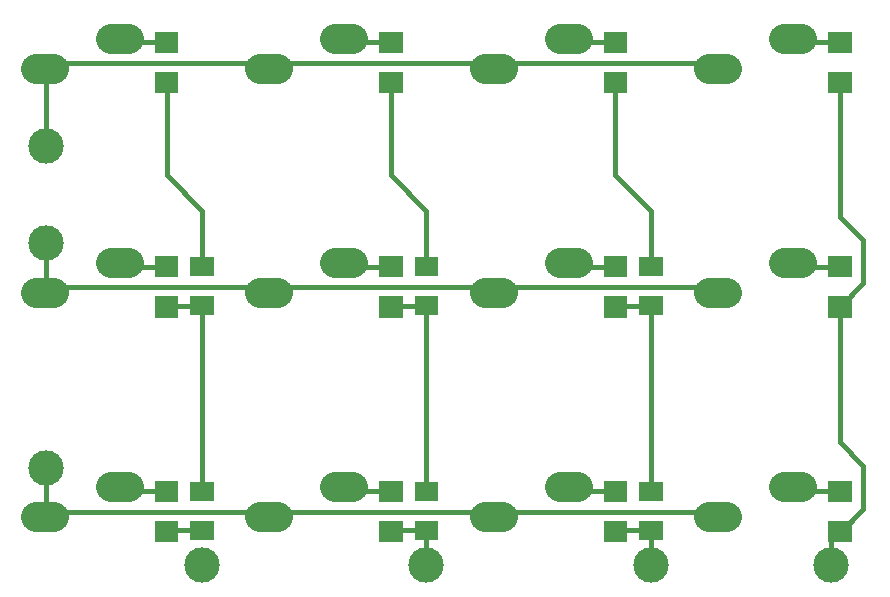
<source format=gbl>
G04 Layer: BottomLayer*
G04 EasyEDA v6.2.46, 2019-11-23T13:25:43+01:00*
G04 d8a7f896a94247d8beab61903426e2c7,093294e231294aec929f11af430ff8d8,10*
G04 Gerber Generator version 0.2*
G04 Scale: 100 percent, Rotated: No, Reflected: No *
G04 Dimensions in millimeters *
G04 leading zeros omitted , absolute positions ,3 integer and 3 decimal *
%FSLAX33Y33*%
%MOMM*%
G90*
G71D02*

%ADD11C,2.499995*%
%ADD12C,0.399999*%
%ADD13C,2.999994*%

%LPD*%
G54D12*
G01X21691Y44041D02*
G01X21691Y44190D01*
G01X22001Y44500D01*
G01X40231Y44500D01*
G01X40690Y44041D01*
G01X2689Y44041D02*
G01X2689Y44190D01*
G01X2999Y44500D01*
G01X21231Y44500D01*
G01X21691Y44041D01*
G01X2689Y25039D02*
G01X2689Y25189D01*
G01X3002Y25501D01*
G01X21231Y25501D01*
G01X21691Y25039D01*
G01X40690Y44041D02*
G01X40690Y44190D01*
G01X41000Y44500D01*
G01X59230Y44500D01*
G01X59690Y44041D01*
G01X40690Y25039D02*
G01X40690Y25191D01*
G01X41000Y25501D01*
G01X59227Y25501D01*
G01X59690Y25039D01*
G01X21691Y25039D02*
G01X21691Y25191D01*
G01X22001Y25501D01*
G01X40231Y25501D01*
G01X40690Y25039D01*
G01X21691Y6040D02*
G01X21691Y6192D01*
G01X21998Y6499D01*
G01X40231Y6499D01*
G01X40690Y6040D01*
G01X2689Y6040D02*
G01X2689Y6189D01*
G01X2999Y6499D01*
G01X21231Y6499D01*
G01X21691Y6040D01*
G01X40690Y6040D02*
G01X40690Y6189D01*
G01X41000Y6499D01*
G01X59230Y6499D01*
G01X59690Y6040D01*
G01X2750Y37500D02*
G01X2750Y43980D01*
G01X2690Y44040D01*
G01X2750Y29250D02*
G01X2750Y25100D01*
G01X2690Y25040D01*
G01X2750Y10250D02*
G01X2750Y6100D01*
G01X2690Y6040D01*
G01X35000Y2000D02*
G01X35000Y4948D01*
G01X35000Y4948D01*
G01X54000Y2000D02*
G01X54000Y2000D01*
G01X54000Y4948D01*
G01X69250Y2000D02*
G01X69250Y4600D01*
G01X9039Y46581D02*
G01X9370Y46250D01*
G01X13000Y46250D01*
G01X28041Y46581D02*
G01X28372Y46250D01*
G01X32000Y46250D01*
G01X47040Y46581D02*
G01X47371Y46250D01*
G01X51000Y46250D01*
G01X66040Y46581D02*
G01X66370Y46250D01*
G01X70000Y46250D01*
G01X70000Y23750D02*
G01X70000Y12401D01*
G01X72002Y10400D01*
G01X72002Y6750D01*
G01X70000Y4751D01*
G01X69999Y42849D02*
G01X69999Y31501D01*
G01X72001Y29499D01*
G01X72001Y25849D01*
G01X69999Y23850D01*
G01X66040Y27579D02*
G01X66368Y27250D01*
G01X70000Y27250D01*
G01X66040Y8580D02*
G01X66369Y8250D01*
G01X70000Y8250D01*
G01X47040Y27579D02*
G01X47369Y27250D01*
G01X51000Y27250D01*
G01X28041Y27579D02*
G01X28370Y27250D01*
G01X32000Y27250D01*
G01X9039Y27579D02*
G01X9368Y27250D01*
G01X13000Y27250D01*
G01X47040Y8580D02*
G01X47370Y8250D01*
G01X51000Y8250D01*
G01X28041Y8580D02*
G01X28371Y8250D01*
G01X32000Y8250D01*
G01X9039Y8580D02*
G01X9369Y8250D01*
G01X13000Y8250D01*
G01X13000Y42850D02*
G01X13000Y35000D01*
G01X16000Y32000D01*
G01X16000Y27250D01*
G01X32000Y42850D02*
G01X32000Y35000D01*
G01X35000Y32000D01*
G01X35000Y27250D01*
G01X51000Y42850D02*
G01X51000Y35000D01*
G01X54000Y32000D01*
G01X54000Y27250D01*
G01X13000Y23850D02*
G01X13098Y23948D01*
G01X16000Y23948D01*
G01X16000Y23948D02*
G01X16000Y8250D01*
G01X32000Y23850D02*
G01X32098Y23948D01*
G01X35000Y23948D01*
G01X35000Y23948D02*
G01X35000Y8250D01*
G01X51000Y23850D02*
G01X51098Y23948D01*
G01X54000Y23948D01*
G01X54000Y23948D02*
G01X54000Y8250D01*
G01X51000Y4850D02*
G01X51098Y4948D01*
G01X54000Y4948D01*
G01X32000Y4850D02*
G01X32098Y4948D01*
G01X35000Y4948D01*
G01X13000Y4850D02*
G01X13098Y4948D01*
G01X16000Y4948D01*
G54D13*
G01X2750Y29250D03*
G01X2750Y10250D03*
G01X2750Y37500D03*
G01X16000Y2000D03*
G01X35000Y2000D03*
G01X54000Y2000D03*
G01X69250Y2000D03*
G36*
G01X17000Y23148D02*
G01X17000Y24748D01*
G01X15000Y24748D01*
G01X15000Y23148D01*
G01X17000Y23148D01*
G37*
G36*
G01X17000Y26450D02*
G01X17000Y28050D01*
G01X15000Y28050D01*
G01X15000Y26450D01*
G01X17000Y26450D01*
G37*
G36*
G01X36000Y23148D02*
G01X36000Y24748D01*
G01X34000Y24748D01*
G01X34000Y23148D01*
G01X36000Y23148D01*
G37*
G36*
G01X36000Y26450D02*
G01X36000Y28050D01*
G01X34000Y28050D01*
G01X34000Y26450D01*
G01X36000Y26450D01*
G37*
G36*
G01X55000Y23148D02*
G01X55000Y24748D01*
G01X53000Y24748D01*
G01X53000Y23148D01*
G01X55000Y23148D01*
G37*
G36*
G01X55000Y26450D02*
G01X55000Y28050D01*
G01X53000Y28050D01*
G01X53000Y26450D01*
G01X55000Y26450D01*
G37*
G36*
G01X17000Y4148D02*
G01X17000Y5748D01*
G01X15000Y5748D01*
G01X15000Y4148D01*
G01X17000Y4148D01*
G37*
G36*
G01X17000Y7450D02*
G01X17000Y9050D01*
G01X15000Y9050D01*
G01X15000Y7450D01*
G01X17000Y7450D01*
G37*
G36*
G01X36000Y4148D02*
G01X36000Y5748D01*
G01X34000Y5748D01*
G01X34000Y4148D01*
G01X36000Y4148D01*
G37*
G36*
G01X36000Y7450D02*
G01X36000Y9050D01*
G01X34000Y9050D01*
G01X34000Y7450D01*
G01X36000Y7450D01*
G37*
G36*
G01X55000Y4148D02*
G01X55000Y5748D01*
G01X53000Y5748D01*
G01X53000Y4148D01*
G01X55000Y4148D01*
G37*
G36*
G01X55000Y7450D02*
G01X55000Y9050D01*
G01X53000Y9050D01*
G01X53000Y7450D01*
G01X55000Y7450D01*
G37*
G36*
G01X71000Y3950D02*
G01X71000Y5750D01*
G01X69000Y5750D01*
G01X69000Y3950D01*
G01X71000Y3950D01*
G37*
G36*
G01X71000Y7350D02*
G01X71000Y9150D01*
G01X69000Y9150D01*
G01X69000Y7350D01*
G01X71000Y7350D01*
G37*
G36*
G01X52000Y3950D02*
G01X52000Y5750D01*
G01X50000Y5750D01*
G01X50000Y3950D01*
G01X52000Y3950D01*
G37*
G36*
G01X52000Y7350D02*
G01X52000Y9150D01*
G01X50000Y9150D01*
G01X50000Y7350D01*
G01X52000Y7350D01*
G37*
G36*
G01X33000Y3950D02*
G01X33000Y5750D01*
G01X31000Y5750D01*
G01X31000Y3950D01*
G01X33000Y3950D01*
G37*
G36*
G01X33000Y7350D02*
G01X33000Y9150D01*
G01X31000Y9150D01*
G01X31000Y7350D01*
G01X33000Y7350D01*
G37*
G36*
G01X14000Y3950D02*
G01X14000Y5750D01*
G01X12000Y5750D01*
G01X12000Y3950D01*
G01X14000Y3950D01*
G37*
G36*
G01X14000Y7350D02*
G01X14000Y9150D01*
G01X12000Y9150D01*
G01X12000Y7350D01*
G01X14000Y7350D01*
G37*
G36*
G01X71000Y22950D02*
G01X71000Y24750D01*
G01X69000Y24750D01*
G01X69000Y22950D01*
G01X71000Y22950D01*
G37*
G36*
G01X71000Y26350D02*
G01X71000Y28150D01*
G01X69000Y28150D01*
G01X69000Y26350D01*
G01X71000Y26350D01*
G37*
G36*
G01X52000Y22950D02*
G01X52000Y24750D01*
G01X50000Y24750D01*
G01X50000Y22950D01*
G01X52000Y22950D01*
G37*
G36*
G01X52000Y26350D02*
G01X52000Y28150D01*
G01X50000Y28150D01*
G01X50000Y26350D01*
G01X52000Y26350D01*
G37*
G36*
G01X33000Y22950D02*
G01X33000Y24750D01*
G01X31000Y24750D01*
G01X31000Y22950D01*
G01X33000Y22950D01*
G37*
G36*
G01X33000Y26350D02*
G01X33000Y28150D01*
G01X31000Y28150D01*
G01X31000Y26350D01*
G01X33000Y26350D01*
G37*
G36*
G01X14000Y22950D02*
G01X14000Y24750D01*
G01X12000Y24750D01*
G01X12000Y22950D01*
G01X14000Y22950D01*
G37*
G36*
G01X14000Y26350D02*
G01X14000Y28150D01*
G01X12000Y28150D01*
G01X12000Y26350D01*
G01X14000Y26350D01*
G37*
G36*
G01X71000Y41950D02*
G01X71000Y43750D01*
G01X69000Y43750D01*
G01X69000Y41950D01*
G01X71000Y41950D01*
G37*
G36*
G01X71000Y45350D02*
G01X71000Y47150D01*
G01X69000Y47150D01*
G01X69000Y45350D01*
G01X71000Y45350D01*
G37*
G36*
G01X52000Y41950D02*
G01X52000Y43750D01*
G01X50000Y43750D01*
G01X50000Y41950D01*
G01X52000Y41950D01*
G37*
G36*
G01X52000Y45350D02*
G01X52000Y47150D01*
G01X50000Y47150D01*
G01X50000Y45350D01*
G01X52000Y45350D01*
G37*
G36*
G01X33000Y41950D02*
G01X33000Y43750D01*
G01X31000Y43750D01*
G01X31000Y41950D01*
G01X33000Y41950D01*
G37*
G36*
G01X33000Y45350D02*
G01X33000Y47150D01*
G01X31000Y47150D01*
G01X31000Y45350D01*
G01X33000Y45350D01*
G37*
G36*
G01X14000Y41950D02*
G01X14000Y43750D01*
G01X12000Y43750D01*
G01X12000Y41950D01*
G01X14000Y41950D01*
G37*
G36*
G01X14000Y45350D02*
G01X14000Y47150D01*
G01X12000Y47150D01*
G01X12000Y45350D01*
G01X14000Y45350D01*
G37*
G54D11*
G01X20941Y44041D02*
G01X22441Y44041D01*
G01X27291Y46581D02*
G01X28791Y46581D01*
G01X39940Y44041D02*
G01X41440Y44041D01*
G01X46290Y46581D02*
G01X47790Y46581D01*
G01X58939Y44041D02*
G01X60440Y44041D01*
G01X65289Y46581D02*
G01X66790Y46581D01*
G01X20941Y25039D02*
G01X22441Y25039D01*
G01X27291Y27579D02*
G01X28791Y27579D01*
G01X39940Y25039D02*
G01X41440Y25039D01*
G01X46290Y27579D02*
G01X47790Y27579D01*
G01X58939Y25039D02*
G01X60440Y25039D01*
G01X65289Y27579D02*
G01X66790Y27579D01*
G01X20941Y6040D02*
G01X22441Y6040D01*
G01X27291Y8580D02*
G01X28791Y8580D01*
G01X39940Y6040D02*
G01X41440Y6040D01*
G01X46290Y8580D02*
G01X47790Y8580D01*
G01X58939Y6040D02*
G01X60440Y6040D01*
G01X65289Y8580D02*
G01X66790Y8580D01*
G01X1939Y44041D02*
G01X3439Y44041D01*
G01X8289Y46581D02*
G01X9789Y46581D01*
G01X1939Y25039D02*
G01X3439Y25039D01*
G01X8289Y27579D02*
G01X9789Y27579D01*
G01X1939Y6040D02*
G01X3439Y6040D01*
G01X8289Y8580D02*
G01X9789Y8580D01*
M00*
M02*

</source>
